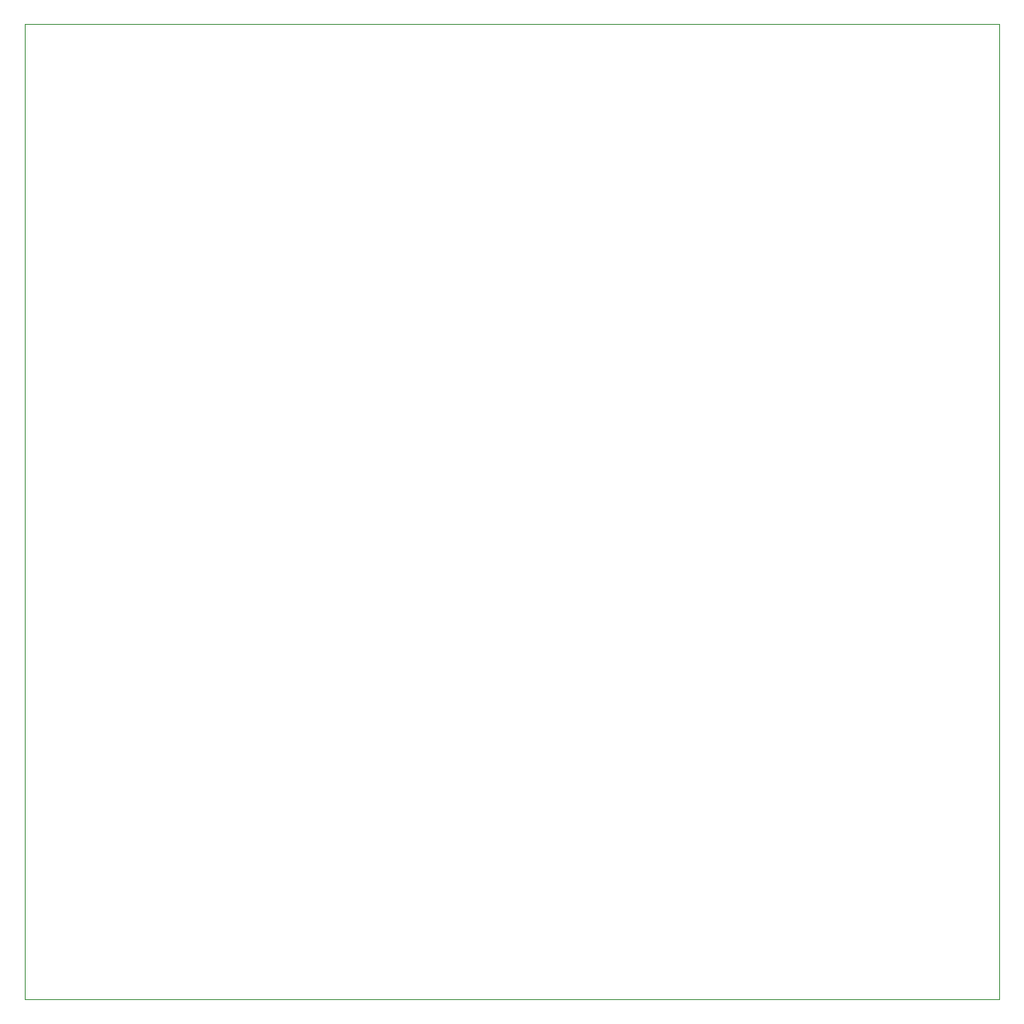
<source format=gbr>
G04 #@! TF.GenerationSoftware,KiCad,Pcbnew,(5.1.2-1)-1*
G04 #@! TF.CreationDate,2020-12-13T23:00:28+01:00*
G04 #@! TF.ProjectId,s1clone,7331636c-6f6e-4652-9e6b-696361645f70,rev?*
G04 #@! TF.SameCoordinates,Original*
G04 #@! TF.FileFunction,Profile,NP*
%FSLAX46Y46*%
G04 Gerber Fmt 4.6, Leading zero omitted, Abs format (unit mm)*
G04 Created by KiCad (PCBNEW (5.1.2-1)-1) date 2020-12-13 23:00:28*
%MOMM*%
%LPD*%
G04 APERTURE LIST*
%ADD10C,0.050000*%
G04 APERTURE END LIST*
D10*
X175550000Y-51500000D02*
X175150000Y-51500000D01*
X175550000Y-151400000D02*
X175550000Y-51500000D01*
X75700000Y-151400000D02*
X175550000Y-151400000D01*
X75700000Y-51500000D02*
X75700000Y-151400000D01*
X75700000Y-51500000D02*
X175150000Y-51500000D01*
M02*

</source>
